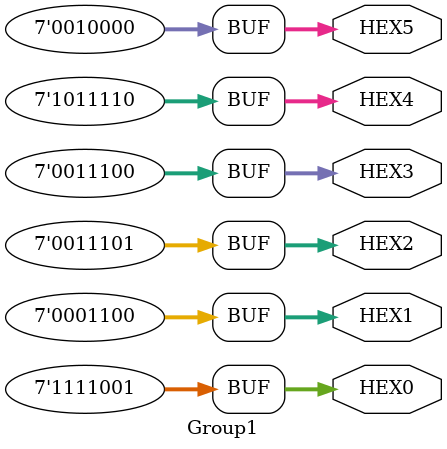
<source format=v>
module Group1 (HEX0, HEX1, HEX2, HEX3, HEX4, HEX5);
    output reg [6:0] HEX0;
	output reg [6:0] HEX1;
	output reg [6:0] HEX2;
	output reg [6:0] HEX3;
	output reg [6:0] HEX4;
	output reg [6:0] HEX5;
	
	initial begin
		HEX0 = 7'b1111001;
		HEX1 = 7'b1111111;
		HEX1 = 7'b0001100;
		HEX2 = 7'b0011101;
		HEX3 = 7'b0011100;
		HEX4 = 7'b1011110;
		HEX5 = 7'b0010000;
	end
	
endmodule
</source>
